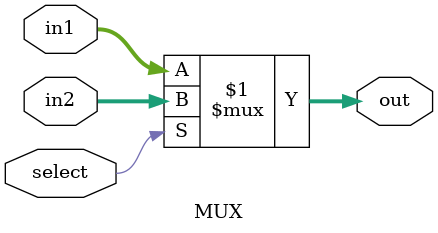
<source format=v>
/******************************************************************* *
* Module: MUX.v
* Project: Single Cycle RISCV Processor
* Author: Merna Abdelbadie and Mohammad El Mahdy
mernaabdelbadie@aucgypt.edu, muhammadahmedelmahdy@aucegypt.edu
*Description: This is a multiplexer module*
* Change history: 02/17/23 - Wrote the module
* **********************************************************************/

module MUX #(parameter N = 32)(
    input [N-1:0] in1,
    input [N-1:0] in2,
    input select,
    output [N-1:0] out
    );
    assign out = select ? in2 : in1 ;
endmodule

</source>
